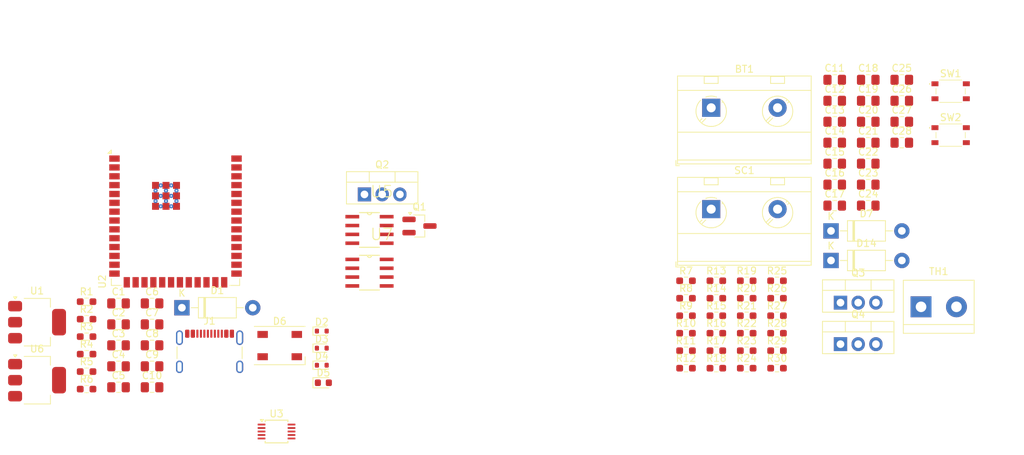
<source format=kicad_pcb>
(kicad_pcb (version 20240108) (generator "pcbnew") (generator_version "8.0")
  (layers (0 "F.Cu" signal) (31 "B.Cu" signal) (34 "B.Paste" user) (35 "F.Paste" user) (36 "B.SilkS" user "B.Silkscreen") (37 "F.SilkS" user "F.Silkscreen") (38 "B.Mask" user) (39 "F.Mask" user) (44 "Edge.Cuts" user))
  (net 0 "")
  (net 1 "VCC_5V")
  (net 2 "GND")
  (net 3 "VCC_3V3")
  (net 4 "GPIO0")
  (net 5 "CHIP_PU")
  (net 6 "Net-(D1-A)")
  (net 7 "D-")
  (net 8 "D+")
  (net 9 "Net-(D5-A)")
  (net 11 "RGB")
  (net 12 "Net-(J1-CC2)")
  (net 13 "Net-(J1-CC1)")
  (net 16 "Net-(BT1-+)")
  (net 17 "Net-(D1-K)")
  (net 19 "Net-(D14-K)")
  (net 31 "Net-(U4-FILTER)")
  (net 35 "SDA")
  (net 43 "SCL")
  (net 49 "A2")
  (net 50 "Net-(D11-K)")
  (net 51 "Net-(PS1-+VOUT)")
  (net 52 "+12V")
  (net 54 "Net-(PS1--VIN(GND))")
  (net 55 "Net-(Q3-S)")
  (net 56 "Net-(U7-VB)")
  (net 57 "A3")
  (net 58 "Net-(IC1-FB)")
  (net 59 "Net-(IC2-FB)")
  (net 60 "Net-(C26-Pad1)")
  (net 61 "A1")
  (net 62 "GPIO18")
  (net 71 "Net-(D7-A)")
  (net 72 "GPIO17")
  (net 73 "Net-(Q2-D)")
  (net 74 "Net-(Q3-G)")
  (net 75 "Net-(Q4-G)")
  (net 76 "Net-(R7-Pad2)")
  (net 77 "Net-(U4-VIOUT)")
  (net 78 "Net-(D11-A)")
  (net 79 "Net-(U7-HO)")
  (net 80 "Net-(U7-LO)")
  (net 81 "GPIO16")
  (net 82 "GPIO15")
  (net 83 "Net-(F1-Pad2)")
  (net 84 "A0")
  (footprint "Capacitor_SMD:C_0805_2012Metric_Pad1.18x1.45mm_HandSolder" (layer "F.Cu") (at 108.3425 90.64)
    (property "Reference" "C4" (at 0 -1.68 0) (layer "F.SilkS"))
    (property "Value" "10uF")
    (pad "1" smd roundrect (at -1.0375 0) (size 1.175 1.45) (layers "F.Cu" "F.Paste" "F.Mask") (roundrect_rratio 0.212766) (net 3 "VCC_3V3"))
    (pad "2" smd roundrect (at 1.0375 0) (size 1.175 1.45) (layers "F.Cu" "F.Paste" "F.Mask") (roundrect_rratio 0.212766) (net 2 "GND"))
  )
  (footprint "Package_TO_SOT_SMD:SOT-223-3_TabPin2" (layer "F.Cu") (at 96.6625 92.63)
    (property "Reference" "U6" (at 0 -4.5 0) (layer "F.SilkS"))
    (property "Value" "AMS1117-5.0")
    (pad "1" smd roundrect (at -3.15 -2.3) (size 2 1.5) (layers "F.Cu" "F.Paste" "F.Mask") (net 2 "GND"))
    (pad "2" smd roundrect (at -3.15 0) (size 2 1.5) (layers "F.Cu" "F.Paste" "F.Mask") (net 1 "VCC_5V"))
    (pad "2" smd roundrect (at 3.15 0) (size 2 3.8) (layers "F.Cu" "F.Paste" "F.Mask") (net 1 "VCC_5V"))
    (pad "3" smd roundrect (at -3.15 2.3) (size 2 1.5) (layers "F.Cu" "F.Paste" "F.Mask") (net 52 "+12V"))
  )
  (footprint "Diode_THT:D_DO-41_SOD81_P10.16mm_Horizontal" (layer "F.Cu") (at 210.51 71.2)
    (property "Reference" "D7" (at 5.08 -2.47 0) (layer "F.SilkS"))
    (property "Value" "1N4007")
    (fp_text user "K" (at 0 -2.1 0) (layer "F.SilkS"))
    (pad "1" thru_hole rect (at 0 0) (size 2.2 2.2) (drill 1.1) (layers "*.Cu" "*.Mask") (net 19 "Net-(D14-K)"))
    (pad "2" thru_hole oval (at 10.16 0) (size 2.2 2.2) (drill 1.1) (layers "*.Cu" "*.Mask") (net 71 "Net-(D7-A)"))
  )
  (footprint "TerminalBlock_MetzConnect:TerminalBlock_MetzConnect_Type703_RT10N02HGLU_1x02_P9.52mm_Horizontal" (layer "F.Cu") (at 193.33 68.08)
    (property "Reference" "SC1" (at 4.76 -5.56 0) (layer "F.SilkS"))
    (property "Value" "15V-80V")
    (pad "1" thru_hole rect (at 0 0) (size 2.6 2.6) (drill 1.3) (layers "*.Cu" "*.Mask") (net 71 "Net-(D7-A)"))
    (pad "2" thru_hole circle (at 9.52 0) (size 2.6 2.6) (drill 1.3) (layers "*.Cu" "*.Mask") (net 2 "GND"))
  )
  (footprint "Capacitor_SMD:C_0805_2012Metric_Pad1.18x1.45mm_HandSolder" (layer "F.Cu") (at 113.1525 84.62)
    (property "Reference" "C7" (at 0 -1.68 0) (layer "F.SilkS"))
    (property "Value" "0u1F")
    (pad "1" smd roundrect (at -1.0375 0) (size 1.175 1.45) (layers "F.Cu" "F.Paste" "F.Mask") (roundrect_rratio 0.212766) (net 5 "CHIP_PU"))
    (pad "2" smd roundrect (at 1.0375 0) (size 1.175 1.45) (layers "F.Cu" "F.Paste" "F.Mask") (roundrect_rratio 0.212766) (net 2 "GND"))
  )
  (footprint "Capacitor_SMD:C_0805_2012Metric_Pad1.18x1.45mm_HandSolder" (layer "F.Cu") (at 211.04 67.57)
    (property "Reference" "C17" (at 0 -1.68 0) (layer "F.SilkS"))
    (property "Value" "10uF")
    (pad "1" smd roundrect (at -1.0375 0) (size 1.175 1.45) (layers "F.Cu" "F.Paste" "F.Mask") (roundrect_rratio 0.212766) (net 56 "Net-(U7-VB)"))
    (pad "2" smd roundrect (at 1.0375 0) (size 1.175 1.45) (layers "F.Cu" "F.Paste" "F.Mask") (roundrect_rratio 0.212766) (net 55 "Net-(Q3-S)"))
  )
  (footprint "Resistor_SMD:R_0603_1608Metric_Pad0.98x0.95mm_HandSolder" (layer "F.Cu") (at 202.77 90.91)
    (property "Reference" "R30" (at 0 -1.43 0) (layer "F.SilkS"))
    (property "Value" "10K")
    (pad "1" smd roundrect (at -0.9125 0) (size 0.975 0.95) (layers "F.Cu" "F.Paste" "F.Mask") (net 2 "GND"))
    (pad "2" smd roundrect (at 0.9125 0) (size 0.975 0.95) (layers "F.Cu" "F.Paste" "F.Mask") (net 62 "GPIO18"))
  )
  (footprint "Resistor_SMD:R_0603_1608Metric_Pad0.98x0.95mm_HandSolder" (layer "F.Cu") (at 103.7625 86.38)
    (property "Reference" "R3" (at 0 -1.43 0) (layer "F.SilkS"))
    (property "Value" "75")
    (pad "1" smd roundrect (at -0.9125 0) (size 0.975 0.95) (layers "F.Cu" "F.Paste" "F.Mask") (net 3 "VCC_3V3"))
    (pad "2" smd roundrect (at 0.9125 0) (size 0.975 0.95) (layers "F.Cu" "F.Paste" "F.Mask") (net 9 "Net-(D5-A)"))
  )
  (footprint "Resistor_SMD:R_0603_1608Metric_Pad0.98x0.95mm_HandSolder" (layer "F.Cu") (at 194.07 83.38)
    (property "Reference" "R15" (at 0 -1.43 0) (layer "F.SilkS"))
    (property "Value" "100K")
    (pad "1" smd roundrect (at -0.9125 0) (size 0.975 0.95) (layers "F.Cu" "F.Paste" "F.Mask") (net 55 "Net-(Q3-S)"))
    (pad "2" smd roundrect (at 0.9125 0) (size 0.975 0.95) (layers "F.Cu" "F.Paste" "F.Mask") (net 74 "Net-(Q3-G)"))
  )
  (footprint "Diode_SMD:D_SOD-523" (layer "F.Cu") (at 137.4875 90.48)
    (property "Reference" "D4" (at 0 -1.3 0) (layer "F.SilkS"))
    (property "Value" "LESD5D5.0CT1G")
    (pad "1" smd roundrect (at -0.7 0 180) (size 0.6 0.7) (layers "F.Cu" "F.Paste" "F.Mask") (net 2 "GND"))
    (pad "2" smd roundrect (at 0.7 0 180) (size 0.6 0.7) (layers "F.Cu" "F.Paste" "F.Mask") (net 8 "D+"))
  )
  (footprint "LED_SMD:LED_SK6812_PLCC4_5.0x5.0mm_P3.2mm" (layer "F.Cu") (at 131.4575 87.665)
    (property "Reference" "D6" (at 0 -3.5 0) (layer "F.SilkS"))
    (property "Value" "SK6812")
    (pad "1" smd rect (at 2.45 1.6) (size 1.5 1) (layers "F.Cu" "F.Paste" "F.Mask") (net 2 "GND"))
    (pad "2" smd rect (at 2.45 -1.6) (size 1.5 1) (layers "F.Cu" "F.Paste" "F.Mask") (net 11 "RGB"))
    (pad "3" smd rect (at -2.45 -1.6) (size 1.5 1) (layers "F.Cu" "F.Paste" "F.Mask") (net 3 "VCC_3V3"))
    (pad "4" smd rect (at -2.45 1.6) (size 1.5 1) (layers "F.Cu" "F.Paste" "F.Mask"))
  )
  (footprint "Package_TO_SOT_THT:TO-220-3_Vertical" (layer "F.Cu") (at 143.61 65.965)
    (property "Reference" "Q2" (at 2.54 -4.27 0) (layer "F.SilkS"))
    (property "Value" "CSD19505")
    (pad "1" thru_hole rect (at 0 0) (size 1.905 2) (drill 1.1) (layers "*.Cu" "*.Mask") (net 73 "Net-(Q2-D)"))
    (pad "2" thru_hole oval (at 2.54 0) (size 1.905 2) (drill 1.1) (layers "*.Cu" "*.Mask") (net 51 "Net-(PS1-+VOUT)"))
    (pad "3" thru_hole oval (at 5.08 0) (size 1.905 2) (drill 1.1) (layers "*.Cu" "*.Mask") (net 50 "Net-(D11-K)"))
  )
  (footprint "TerminalBlock:TerminalBlock_bornier-2_P5.08mm" (layer "F.Cu") (at 223.42 82.1)
    (property "Reference" "TH1" (at 2.54 -5.08 0) (layer "F.SilkS"))
    (property "Value" "Thermistor_NTC")
    (pad "1" thru_hole rect (at 0 0) (size 3 3) (drill 1.52) (layers "*.Cu" "*.Mask") (net 3 "VCC_3V3"))
    (pad "2" thru_hole circle (at 5.08 0) (size 3 3) (drill 1.52) (layers "*.Cu" "*.Mask") (net 62 "GPIO18"))
  )
  (footprint "Resistor_SMD:R_0603_1608Metric_Pad0.98x0.95mm_HandSolder" (layer "F.Cu") (at 103.7625 81.36)
    (property "Reference" "R1" (at 0 -1.43 0) (layer "F.SilkS"))
    (property "Value" "5K1")
    (pad "1" smd roundrect (at -0.9125 0) (size 0.975 0.95) (layers "F.Cu" "F.Paste" "F.Mask") (net 13 "Net-(J1-CC1)"))
    (pad "2" smd roundrect (at 0.9125 0) (size 0.975 0.95) (layers "F.Cu" "F.Paste" "F.Mask") (net 2 "GND"))
  )
  (footprint "Resistor_SMD:R_0603_1608Metric_Pad0.98x0.95mm_HandSolder" (layer "F.Cu") (at 202.77 80.87)
    (property "Reference" "R26" (at 0 -1.43 0) (layer "F.SilkS"))
    (property "Value" "15K")
    (pad "1" smd roundrect (at -0.9125 0) (size 0.975 0.95) (layers "F.Cu" "F.Paste" "F.Mask") (net 59 "Net-(IC2-FB)"))
    (pad "2" smd roundrect (at 0.9125 0) (size 0.975 0.95) (layers "F.Cu" "F.Paste" "F.Mask") (net 3 "VCC_3V3"))
  )
  (footprint "Resistor_SMD:R_0603_1608Metric_Pad0.98x0.95mm_HandSolder" (layer "F.Cu") (at 103.7625 93.91)
    (property "Reference" "R6" (at 0 -1.43 0) (layer "F.SilkS"))
    (property "Value" "10K")
    (pad "1" smd roundrect (at -0.9125 0) (size 0.975 0.95) (layers "F.Cu" "F.Paste" "F.Mask") (net 5 "CHIP_PU"))
    (pad "2" smd roundrect (at 0.9125 0) (size 0.975 0.95) (layers "F.Cu" "F.Paste" "F.Mask") (net 3 "VCC_3V3"))
  )
  (footprint "Capacitor_SMD:C_0805_2012Metric_Pad1.18x1.45mm_HandSolder" (layer "F.Cu") (at 108.3425 93.65)
    (property "Reference" "C5" (at 0 -1.68 0) (layer "F.SilkS"))
    (property "Value" "0u1F")
    (pad "1" smd roundrect (at -1.0375 0) (size 1.175 1.45) (layers "F.Cu" "F.Paste" "F.Mask") (roundrect_rratio 0.212766) (net 3 "VCC_3V3"))
    (pad "2" smd roundrect (at 1.0375 0) (size 1.175 1.45) (layers "F.Cu" "F.Paste" "F.Mask") (roundrect_rratio 0.212766) (net 2 "GND"))
  )
  (footprint "Resistor_SMD:R_0603_1608Metric_Pad0.98x0.95mm_HandSolder" (layer "F.Cu") (at 202.77 83.38)
    (property "Reference" "R27" (at 0 -1.43 0) (layer "F.SilkS"))
    (property "Value" "47K")
    (pad "1" smd roundrect (at -0.9125 0) (size 0.975 0.95) (layers "F.Cu" "F.Paste" "F.Mask") (net 61 "A1"))
    (pad "2" smd roundrect (at 0.9125 0) (size 0.975 0.95) (layers "F.Cu" "F.Paste" "F.Mask") (net 60 "Net-(C26-Pad1)"))
  )
  (footprint "Capacitor_SMD:C_0805_2012Metric_Pad1.18x1.45mm_HandSolder" (layer "F.Cu") (at 215.85 67.57)
    (property "Reference" "C24" (at 0 -1.68 0) (layer "F.SilkS"))
    (property "Value" "33nF")
    (pad "1" smd roundrect (at -1.0375 0) (size 1.175 1.45) (layers "F.Cu" "F.Paste" "F.Mask") (roundrect_rratio 0.212766) (net 3 "VCC_3V3"))
    (pad "2" smd roundrect (at 1.0375 0) (size 1.175 1.45) (layers "F.Cu" "F.Paste" "F.Mask") (roundrect_rratio 0.212766) (net 59 "Net-(IC2-FB)"))
  )
  (footprint "Capacitor_SMD:C_0805_2012Metric_Pad1.18x1.45mm_HandSolder" (layer "F.Cu") (at 113.1525 87.63)
    (property "Reference" "C8" (at 0 -1.68 0) (layer "F.SilkS"))
    (property "Value" "1uF")
    (pad "1" smd roundrect (at -1.0375 0) (size 1.175 1.45) (layers "F.Cu" "F.Paste" "F.Mask") (roundrect_rratio 0.212766) (net 5 "CHIP_PU"))
    (pad "2" smd roundrect (at 1.0375 0) (size 1.175 1.45) (layers "F.Cu" "F.Paste" "F.Mask") (roundrect_rratio 0.212766) (net 2 "GND"))
  )
  (footprint "Capacitor_SMD:C_0805_2012Metric_Pad1.18x1.45mm_HandSolder" (layer "F.Cu") (at 211.04 52.52)
    (property "Reference" "C12" (at 0 -1.68 0) (layer "F.SilkS"))
    (property "Value" "2.2uF")
    (pad "1" smd roundrect (at -1.0375 0) (size 1.175 1.45) (layers "F.Cu" "F.Paste" "F.Mask") (roundrect_rratio 0.212766) (net 31 "Net-(U4-FILTER)"))
    (pad "2" smd roundrect (at 1.0375 0) (size 1.175 1.45) (layers "F.Cu" "F.Paste" "F.Mask") (roundrect_rratio 0.212766) (net 2 "GND"))
  )
  (footprint "Resistor_SMD:R_0603_1608Metric_Pad0.98x0.95mm_HandSolder" (layer "F.Cu") (at 198.42 88.4)
    (property "Reference" "R23" (at 0 -1.43 0) (layer "F.SilkS"))
    (property "Value" "1K")
    (pad "1" smd roundrect (at -0.9125 0) (size 0.975 0.95) (layers "F.Cu" "F.Paste" "F.Mask") (net 2 "GND"))
    (pad "2" smd roundrect (at 0.9125 0) (size 0.975 0.95) (layers "F.Cu" "F.Paste" "F.Mask") (net 58 "Net-(IC1-FB)"))
  )
  (footprint "Resistor_SMD:R_0603_1608Metric_Pad0.98x0.95mm_HandSolder" (layer "F.Cu") (at 194.07 88.4)
    (property "Reference" "R17" (at 0 -1.43 0) (layer "F.SilkS"))
    (property "Value" "100K")
    (pad "1" smd roundrect (at -0.9125 0) (size 0.975 0.95) (layers "F.Cu" "F.Paste" "F.Mask") (net 2 "GND"))
    (pad "2" smd roundrect (at 0.9125 0) (size 0.975 0.95) (layers "F.Cu" "F.Paste" "F.Mask") (net 75 "Net-(Q4-G)"))
  )
  (footprint "Resistor_SMD:R_0603_1608Metric_Pad0.98x0.95mm_HandSolder" (layer "F.Cu") (at 189.72 85.89)
    (property "Reference" "R10" (at 0 -1.43 0) (layer "F.SilkS"))
    (property "Value" "10K")
    (pad "1" smd roundrect (at -0.9125 0) (size 0.975 0.95) (layers "F.Cu" "F.Paste" "F.Mask") (net 51 "Net-(PS1-+VOUT)"))
    (pad "2" smd roundrect (at 0.9125 0) (size 0.975 0.95) (layers "F.Cu" "F.Paste" "F.Mask") (net 50 "Net-(D11-K)"))
  )
  (footprint "Capacitor_SMD:C_0805_2012Metric_Pad1.18x1.45mm_HandSolder" (layer "F.Cu") (at 108.3425 81.61)
    (property "Reference" "C1" (at 0 -1.68 0) (layer "F.SilkS"))
    (property "Value" "10uF")
    (pad "1" smd roundrect (at -1.0375 0) (size 1.175 1.45) (layers "F.Cu" "F.Paste" "F.Mask") (roundrect_rratio 0.212766) (net 17 "Net-(D1-K)"))
    (pad "2" smd roundrect (at 1.0375 0) (size 1.175 1.45) (layers "F.Cu" "F.Paste" "F.Mask") (roundrect_rratio 0.212766) (net 2 "GND"))
  )
  (footprint "Resistor_SMD:R_0603_1608Metric_Pad0.98x0.95mm_HandSolder" (layer "F.Cu") (at 189.72 80.87)
    (property "Reference" "R8" (at 0 -1.43 0) (layer "F.SilkS"))
    (property "Value" "3.3K")
    (pad "1" smd roundrect (at -0.9125 0) (size 0.975 0.95) (layers "F.Cu" "F.Paste" "F.Mask") (net 76 "Net-(R7-Pad2)"))
    (pad "2" smd roundrect (at 0.9125 0) (size 0.975 0.95) (layers "F.Cu" "F.Paste" "F.Mask") (net 77 "Net-(U4-VIOUT)"))
  )
  (footprint "Resistor_SMD:R_0603_1608Metric_Pad0.98x0.95mm_HandSolder" (layer "F.Cu") (at 103.7625 91.4)
    (property "Reference" "R5" (at 0 -1.43 0) (layer "F.SilkS"))
    (property "Value" "10K")
    (pad "1" smd roundrect (at -0.9125 0) (size 0.975 0.95) (layers "F.Cu" "F.Paste" "F.Mask") (net 5 "CHIP_PU"))
    (pad "2" smd roundrect (at 0.9125 0) (size 0.975 0.95) (layers "F.Cu" "F.Paste" "F.Mask") (net 3 "VCC_3V3"))
  )
  (footprint "Resistor_SMD:R_0603_1608Metric_Pad0.98x0.95mm_HandSolder" (layer "F.Cu") (at 189.72 90.91)
    (property "Reference" "R12" (at 0 -1.43 0) (layer "F.SilkS"))
    (property "Value" "10K")
    (pad "1" smd roundrect (at -0.9125 0) (size 0.975 0.95) (layers "F.Cu" "F.Paste" "F.Mask") (net 72 "GPIO17"))
    (pad "2" smd roundrect (at 0.9125 0) (size 0.975 0.95) (layers "F.Cu" "F.Paste" "F.Mask") (net 2 "GND"))
  )
  (footprint "Capacitor_SMD:C_0805_2012Metric_Pad1.18x1.45mm_HandSolder" (layer "F.Cu") (at 220.66 55.53)
    (property "Reference" "C27" (at 0 -1.68 0) (layer "F.SilkS"))
    (property "Value" "100nF")
    (pad "1" smd roundrect (at -1.0375 0) (size 1.175 1.45) (layers "F.Cu" "F.Paste" "F.Mask") (roundrect_rratio 0.212766) (net 2 "GND"))
    (pad "2" smd roundrect (at 1.0375 0) (size 1.175 1.45) (layers "F.Cu" "F.Paste" "F.Mask") (roundrect_rratio 0.212766) (net 61 "A1"))
  )
  (footprint "Diode_THT:D_DO-41_SOD81_P10.16mm_Horizontal" (layer "F.Cu") (at 117.4325 82.23)
    (property "Reference" "D1" (at 5.08 -2.47 0) (layer "F.SilkS"))
    (property "Value" "1N5819")
    (fp_text user "K" (at 0 -2.1 0) (layer "F.SilkS"))
    (pad "1" thru_hole rect (at 0 0) (size 2.2 2.2) (drill 1.1) (layers "*.Cu" "*.Mask") (net 17 "Net-(D1-K)"))
    (pad "2" thru_hole oval (at 10.16 0) (size 2.2 2.2) (drill 1.1) (layers "*.Cu" "*.Mask") (net 6 "Net-(D1-A)"))
  )
  (footprint "Resistor_SMD:R_0603_1608Metric_Pad0.98x0.95mm_HandSolder" (layer "F.Cu") (at 189.72 78.36)
    (property "Reference" "R7" (at 0 -1.43 0) (layer "F.SilkS"))
    (property "Value" "1K")
    (pad "1" smd roundrect (at -0.9125 0) (size 0.975 0.95) (layers "F.Cu" "F.Paste" "F.Mask") (net 49 "A2"))
    (pad "2" smd roundrect (at 0.9125 0) (size 0.975 0.95) (layers "F.Cu" "F.Paste" "F.Mask") (net 76 "Net-(R7-Pad2)"))
  )
  (footprint "IR2104SPBF:SOIC127P600X175-8N" (layer "F.Cu") (at 144.3294 71.0654)
    (property "Reference" "U5" (at 1.756655 -5.499125 0) (layer "F.SilkS") (effects (font (size 1.643803 1.643803))))
    (property "Value" "IR2104")
    (pad "1" smd rect (at -2.4638 -1.905) (size 1.9812 0.508) (layers "F.Cu" "F.Paste" "F.Mask"))
    (pad "2" smd rect (at -2.4638 -0.635) (size 1.9812 0.508) (layers "F.Cu" "F.Paste" "F.Mask"))
    (pad "3" smd rect (at -2.4638 0.635) (size 1.9812 0.508) (layers "F.Cu" "F.Paste" "F.Mask"))
    (pad "4" smd rect (at -2.4638 1.905) (size 1.9812 0.508) (layers "F.Cu" "F.Paste" "F.Mask"))
    (pad "5" smd rect (at 2.4638 1.905) (size 1.9812 0.508) (layers "F.Cu" "F.Paste" "F.Mask"))
    (pad "6" smd rect (at 2.4638 0.635) (size 1.9812 0.508) (layers "F.Cu" "F.Paste" "F.Mask"))
    (pad "7" smd rect (at 2.4638 -0.635) (size 1.9812 0.508) (layers "F.Cu" "F.Paste" "F.Mask"))
    (pad "8" smd rect (at 2.4638 -1.905) (size 1.9812 0.508) (layers "F.Cu" "F.Paste" "F.Mask"))
  )
  (footprint "RF_Module:ESP32-S3-WROOM-2" (layer "F.Cu") (at 116.5125 66.08)
    (property "Reference" "U2" (at -10.5 13.5 90) (layer "F.SilkS") (effects (justify left)))
    (property "Value" "ESP32-S3-WROOM-2")
    (pad "1" smd rect (at -8.75 -5.26) (size 1.5 0.9) (layers "F.Cu" "F.Paste" "F.Mask") (net 2 "GND"))
    (pad "2" smd rect (at -8.75 -3.99) (size 1.5 0.9) (layers "F.Cu" "F.Paste" "F.Mask") (net 3 "VCC_3V3"))
    (pad "3" smd rect (at -8.75 -2.72) (size 1.5 0.9) (layers "F.Cu" "F.Paste" "F.Mask") (net 5 "CHIP_PU"))
    (pad "4" smd rect (at -8.75 -1.45) (size 1.5 0.9) (layers "F.Cu" "F.Paste" "F.Mask"))
    (pad "5" smd rect (at -8.75 -0.18) (size 1.5 0.9) (layers "F.Cu" "F.Paste" "F.Mask"))
    (pad "6" smd rect (at -8.75 1.09) (size 1.5 0.9) (layers "F.Cu" "F.Paste" "F.Mask"))
    (pad "7" smd rect (at -8.75 2.36) (size 1.5 0.9) (layers "F.Cu" "F.Paste" "F.Mask"))
    (pad "8" smd rect (at -8.75 3.63) (size 1.5 0.9) (layers "F.Cu" "F.Paste" "F.Mask") (net 82 "GPIO15"))
    (pad "9" smd rect (at -8.75 4.9) (size 1.5 0.9) (layers "F.Cu" "F.Paste" "F.Mask") (net 81 "GPIO16"))
    (pad "10" smd rect (at -8.75 6.17) (size 1.5 0.9) (layers "F.Cu" "F.Paste" "F.Mask") (net 72 "GPIO17"))
    (pad "11" smd rect (at -8.75 7.44) (size 1.5 0.9) (layers "F.Cu" "F.Paste" "F.Mask") (net 62 "GPIO18"))
    (pad "12" smd rect (at -8.75 8.71) (size 1.5 0.9) (layers "F.Cu" "F.Paste" "F.Mask"))
    (pad "13" smd rect (at -8.75 9.98) (size 1.5 0.9) (layers "F.Cu" "F.Paste" "F.Mask") (net 7 "D-"))
    (pad "14" smd rect (at -8.75 11.25) (size 1.5 0.9) (layers "F.Cu" "F.Paste" "F.Mask") (net 8 "D+"))
    (pad "15" smd rect (at -6.985 12.5 90) (size 1.5 0.9) (layers "F.Cu" "F.Paste" "F.Mask"))
    (pad "16" smd rect (at -5.715 12.5 90) (size 1.5 0.9) (layers "F.Cu" "F.Paste" "F.Mask"))
    (pad "17" smd rect (at -4.445 12.5 90) (size 1.5 0.9) (layers "F.Cu" "F.Paste" "F.Mask"))
    (pad "18" smd rect (at -3.175 12.5 90) (size 1.5 0.9) (layers "F.Cu" "F.Paste" "F.Mask"))
    (pad "19" smd rect (at -1.905 12.5 90) (size 1.5 0.9) (layers "F.Cu" "F.Paste" "F.Mask"))
    (pad "20" smd rect (at -0.635 12.5 90) (size 1.5 0.9) (layers "F.Cu" "F.Paste" "F.Mask"))
    (pad "21" smd rect (at 0.635 12.5 90) (size 1.5 0.9) (layers "F.Cu" "F.Paste" "F.Mask"))
    (pad "22" smd rect (at 1.905 12.5 90) (size 1.5 0.9) (layers "F.Cu" "F.Paste" "F.Mask"))
    (pad "23" smd rect (at 3.175 12.5 90) (size 1.5 0.9) (layers "F.Cu" "F.Paste" "F.Mask") (net 43 "SCL"))
    (pad "24" smd rect (at 4.445 12.5 90) (size 1.5 0.9) (layers "F.Cu" "F.Paste" "F.Mask"))
    (pad "25" smd rect (at 5.715 12.5 90) (size 1.5 0.9) (layers "F.Cu" "F.Paste" "F.Mask"))
    (pad "26" smd rect (at 6.985 12.5 90) (size 1.5 0.9) (layers "F.Cu" "F.Paste" "F.Mask"))
    (pad "27" smd rect (at 8.75 11.25) (size 1.5 0.9) (layers "F.Cu" "F.Paste" "F.Mask") (net 4 "GPIO0"))
    (pad "28" smd rect (at 8.75 9.98) (size 1.5 0.9) (layers "F.Cu" "F.Paste" "F.Mask"))
    (pad "29" smd rect (at 8.75 8.71) (size 1.5 0.9) (layers "F.Cu" "F.Paste" "F.Mask"))
    (pad "30" smd rect (at 8.75 7.44) (size 1.5 0.9) (layers "F.Cu" "F.Paste" "F.Mask"))
    (pad "31" smd rect (at 8.75 6.17) (size 1.5 0.9) (layers "F.Cu" "F.Paste" "F.Mask") (net 35 "SDA"))
    (pad "32" smd rect (at 8.75 4.9) (size 1.5 0.9) (layers "F.Cu" "F.Paste" "F.Mask"))
    (pad "33" smd rect (at 8.75 3.63) (size 1.5 0.9) (layers "F.Cu" "F.Paste" "F.Mask"))
    (pad "34" smd rect (at 8.75 2.36) (size 1.5 0.9) (layers "F.Cu" "F.Paste" "F.Mask"))
    (pad "35" smd rect (at 8.75 1.09) (size 1.5 0.9) (layers "F.Cu" "F.Paste" "F.Mask"))
    (pad "36" smd rect (at 8.75 -0.18) (size 1.5 0.9) (layers "F.Cu" "F.Paste" "F.Mask"))
    (pad "37" smd rect (at 8.75 -1.45) (size 1.5 0.9) (layers "F.Cu" "F.Paste" "F.Mask"))
    (pad "38" smd rect (at 8.75 -2.72) (size 1.5 0.9) (layers "F.Cu" "F.Paste" "F.Mask"))
    (pad "39" smd rect (at 8.75 -3.99) (size 1.5 0.9) (layers "F.Cu" "F.Paste" "F.Mask"))
    (pad "40" smd rect (at 8.75 -5.26) (size 1.5 0.9) (layers "F.Cu" "F.Paste" "F.Mask") (net 2 "GND"))
    (pad "41" smd rect (at -2.86 -1.41) (size 1 1) (layers "F.Cu" "F.Paste" "F.Mask") (net 2 "GND"))
    (pad "41" thru_hole circle (at -2.86 -0.66) (size 0.6 0.6) (drill 0.2) (layers "*.Cu" "*.Mask") (net 2 "GND"))
    (pad "41" smd rect (at -2.86 0.09) (size 1 1) (layers "F.Cu" "F.Paste" "F.Mask") (net 2 "GND"))
    (pad "41" thru_hole circle (at -2.86 0.84) (size 0.6 0.6) (drill 0.2) (layers "*.Cu" "*.Mask") (net 2 "GND"))
    (pad "41" smd rect (at -2.86 1.59) (size 1 1) (layers "F.Cu" "F.Paste" "F.Mask") (net 2 "GND"))
    (pad "41" thru_hole circle (at -2.11 -1.41) (size 0.6 0.6) (drill 0.2) (layers "*.Cu" "*.Mask") (net 2 "GND"))
    (pad "41" thru_hole circle (at -2.11 0.09) (size 0.6 0.6) (drill 0.2) (layers "*.Cu" "*.Mask") (net 2 "GND"))
    (pad "41" thru_hole circle (at -2.11 1.59) (size 0.6 0.6) (drill 0.2) (layers "*.Cu" "*.Mask") (net 2 "GND"))
    (pad "41" smd rect (at -1.36 -1.41) (size 1 1) (layers "F.Cu" "F.Paste" "F.Mask") (net 2 "GND"))
    (pad "41" thru_hole circle (at -1.36 -0.66) (size 0.6 0.6) (drill 0.2) (layers "*.Cu" "*.Mask") (net 2 "GND"))
    (pad "41" smd rect (at -1.36 0.09) (size 1 1) (layers "F.Cu" "F.Paste" "F.Mask") (net 2 "GND"))
    (pad "41" thru_hole circle (at -1.36 0.84) (size 0.6 0.6) (drill 0.2) (layers "*.Cu" "*.Mask") (net 2 "GND"))
    (pad "41" smd rect (at -1.36 1.59) (size 1 1) (layers "F.Cu" "F.Paste" "F.Mask") (net 2 "GND"))
    (pad "41" thru_hole circle (at -0.61 -1.41) (size 0.6 0.6) (drill 0.2) (layers "*.Cu" "*.Mask") (net 2 "GND"))
    (pad "41" thru_hole circle (at -0.61 0.09) (size 0.6 0.6) (drill 0.2) (layers "*.Cu" "*.Mask") (net 2 "GND"))
    (pad "41" thru_hole circle (at -0.61 1.59) (size 0.6 0.6) (drill 0.2) (layers "*.Cu" "*.Mask") (net 2 "GND"))
    (pad "41" smd rect (at 0.14 -1.41) (size 1 1) (layers "F.Cu" "F.Paste" "F.Mask") (net 2 "GND"))
    (pad "41" thru_hole circle (at 0.14 -0.66) (size 0.6 0.6) (drill 0.2) (layers "*.Cu" "*.Mask") (net 2 "GND"))
    (pad "41" smd rect (at 0.14 0.09) (size 1 1) (layers "F.Cu" "F.Paste" "F.Mask") (net 2 "GND"))
    (pad "41" thru_hole circle (at 0.14 0.84) (size 0.6 0.6) (drill 0.2) (layers "*.Cu" "*.Mask") (net 2 "GND"))
    (pad "41" smd rect (at 0.14 1.59) (size 1 1) (layers "F.Cu" "F.Paste" "F.Mask") (net 2 "GND"))
  )
  (footprint "PTS815_SJG_250_SMTR_LFS:PTS815SJG250SMTRLFS" (layer "F.Cu") (at 227.665 51.155)
    (property "Reference" "SW1" (at 0 -2.54 0) (layer "F.SilkS"))
    (property "Value" "PTS810_SJM_250_SMTR_LFS")
    (pad "1" smd rect (at -2.25 -1.075) (size 1 0.7) (layers "F.Cu" "F.Paste" "F.Mask") (net 2 "GND"))
    (pad "2" smd rect (at 2.25 -1.075) (size 1 0.7) (layers "F.Cu" "F.Paste" "F.Mask") (net 2 "GND"))
    (pad "3" smd rect (at -2.25 1.075) (size 1 0.7) (layers "F.Cu" "F.Paste" "F.Mask") (net 4 "GPIO0"))
    (pad "4" smd rect (at 2.25 1.075) (size 1 0.7) (layers "F.Cu" "F.Paste" "F.Mask") (net 4 "GPIO0"))
  )
  (footprint "Resistor_SMD:R_0603_1608Metric_Pad0.98x0.95mm_HandSolder" (layer "F.Cu") (at 194.07 90.91)
    (property "Reference" "R18" (at 0 -1.43 0) (layer "F.SilkS"))
    (property "Value" "10K")
    (pad "1" smd roundrect (at -0.9125 0) (size 0.975 0.95) (layers "F.Cu" "F.Paste" "F.Mask") (net 81 "GPIO16"))
    (pad "2" smd roundrect (at 0.9125 0) (size 0.975 0.95) (layers "F.Cu" "F.Paste" "F.Mask") (net 2 "GND"))
  )
  (footprint "Diode_THT:D_DO-41_SOD81_P10.16mm_Horizontal" (layer "F.Cu") (at 210.51 75.45)
    (property "Reference" "D14" (at 5.08 -2.47 0) (layer "F.SilkS"))
    (property "Value" "1N4007")
    (fp_text user "K" (at 0 -2.1 0) (layer "F.SilkS"))
    (pad "1" thru_hole rect (at 0 0) (size 2.2 2.2) (drill 1.1) (layers "*.Cu" "*.Mask") (net 19 "Net-(D14-K)"))
    (pad "2" thru_hole oval (at 10.16 0) (size 2.2 2.2) (drill 1.1) (layers "*.Cu" "*.Mask") (net 16 "Net-(BT1-+)"))
  )
  (footprint "TerminalBlock_MetzConnect:TerminalBlock_MetzConnect_Type703_RT10N02HGLU_1x02_P9.52mm_Horizontal" (layer "F.Cu") (at 193.33 53.53)
    (property "Reference" "BT1" (at 4.76 -5.56 0) (layer "F.SilkS"))
    (property "Value" "0-50V")
    (pad "1" thru_hole rect (at 0 0) (size 2.6 2.6) (drill 1.3) (layers "*.Cu" "*.Mask") (net 16 "Net-(BT1-+)"))
    (pad "2" thru_hole circle (at 9.52 0) (size 2.6 2.6) (drill 1.3) (layers "*.Cu" "*.Mask") (net 2 "GND"))
  )
  (footprint "Capacitor_SMD:C_0805_2012Metric_Pad1.18x1.45mm_HandSolder" (layer "F.Cu") (at 113.1525 93.65)
    (property "Reference" "C10" (at 0 -1.68 0) (layer "F.SilkS"))
    (property "Value" "0u1F")
    (pad "1" smd roundrect (at -1.0375 0) (size 1.175 1.45) (layers "F.Cu" "F.Paste" "F.Mask") (roundrect_rratio 0.212766) (net 2 "GND"))
    (pad "2" smd roundrect (at 1.0375 0) (size 1.175 1.45) (layers "F.Cu" "F.Paste" "F.Mask") (roundrect_rratio 0.212766) (net 3 "VCC_3V3"))
  )
  (footprint "Capacitor_SMD:C_0805_2012Metric_Pad1.18x1.45mm_HandSolder" (layer "F.Cu") (at 215.85 61.55)
    (property "Reference" "C22" (at 0 -1.68 0) (layer "F.SilkS"))
    (property "Value" "4.7uF")
    (pad "1" smd roundrect (at -1.0375 0) (size 1.175 1.45) (layers "F.Cu" "F.Paste" "F.Mask") (roundrect_rratio 0.212766) (net 52 "+12V"))
    (pad "2" smd roundrect (at 1.0375 0) (size 1.175 1.45) (layers "F.Cu" "F.Paste" "F.Mask") (roundrect_rratio 0.212766) (net 2 "GND"))
  )
  (footprint "Resistor_SMD:R_0603_1608Metric_Pad0.98x0.95mm_HandSolder" (layer "F.Cu") (at 194.07 78.36)
    (property "Reference" "R13" (at 0 -1.43 0) (layer "F.SilkS"))
    (property "Value" "15K")
    (pad "1" smd roundrect (at -0.9125 0) (size 0.975 0.95) (layers "F.Cu" "F.Paste" "F.Mask") (net 58 "Net-(IC1-FB)"))
    (pad "2" smd roundrect (at 0.9125 0) (size 0.975 0.95) (layers "F.Cu" "F.Paste" "F.Mask") (net 52 "+12V"))
  )
  (footprint "Package_TO_SOT_THT:TO-220-3_Vertical" (layer "F.Cu") (at 211.87 81.5)
    (property "Reference" "Q3" (at 2.54 -4.27 0) (layer "F.SilkS"))
    (property "Value" "CSD19505")
    (pad "1" thru_hole rect (at 0 0) (size 1.905 2) (drill 1.1) (layers "*.Cu" "*.Mask") (net 73 "Net-(Q2-D)"))
    (pad "2" thru_hole oval (at 2.54 0) (size 1.905 2) (drill 1.1) (layers "*.Cu" "*.Mask") (net 74 "Net-(Q3-G)"))
    (pad "3" thru_hole oval (at 5.08 0) (size 1.905 2) (drill 1.1) (layers "*.Cu" "*.Mask") (net 55 "Net-(Q3-S)"))
  )
  (footprint "IR2104SPBF:SOIC127P600X175-8N" (layer "F.Cu") (at 144.3294 77.1962)
    (property "Reference" "U7" (at 1.756655 -5.499125 0) (layer "F.SilkS") (effects (font (size 1.643803 1.643803))))
    (property "Value" "IR2104")
    (pad "1" smd rect (at -2.4638 -1.905) (size 1.9812 0.508) (layers "F.Cu" "F.Paste" "F.Mask") (net 52 "+12V"))
    (pad "2" smd rect (at -2.4638 -0.635) (size 1.9812 0.508) (layers "F.Cu" "F.Paste" "F.Mask") (net 81 "GPIO16"))
    (pad "3" smd rect (at -2.4638 0.635) (size 1.9812 0.508) (layers "F.Cu" "F.Paste" "F.Mask") (net 82 "GPIO15"))
    (pad "4" smd rect (at -2.4638 1.905) (size 1.9812 0.508) (layers "F.Cu" "F.Paste" "F.Mask") (net 2 "GND"))
    (pad "5" smd rect (at 2.4638 1.905) (size 1.9812 0.508) (layers "F.Cu" "F.Paste" "F.Mask") (net 80 "Net-(U7-LO)"))
    (pad "6" smd rect (at 2.4638 0.635) (size 1.9812 0.508) (layers "F.Cu" "F.Paste" "F.Mask") (net 55 "Net-(Q3-S)"))
    (pad "7" smd rect (at 2.4638 -0.635) (size 1.9812 0.508) (layers "F.Cu" "F.Paste" "F.Mask") (net 79 "Net-(U7-HO)"))
    (pad "8" smd rect (at 2.4638 -1.905) (size 1.9812 0.508) (layers "F.Cu" "F.Paste" "F.Mask") (net 56 "Net-(U7-VB)"))
  )
  (footprint "Connector_USB:USB_C_Receptacle_GCT_USB4105-xx-A_16P_TopMnt_Horizontal" (layer "F.Cu") (at 121.4025 89.64)
    (property "Reference" "J1" (at 0 -5.5 0) (layer "F.SilkS"))
    (property "Value" "USB_C_Receptacle_USB2.0_16P")
    (pad "" np_thru_hole circle (at -2.89 -2.605) (size 0.65 0.65) (drill 0.65) (layers "F&B.Cu" "*.Mask"))
    (pad "" np_thru_hole circle (at 2.89 -2.605) (size 0.65 0.65) (drill 0.65) (layers "F&B.Cu" "*.Mask"))
    (pad "A1" smd roundrect (at -3.2 -3.68) (size 0.6 1.15) (layers "F.Cu" "F.Paste" "F.Mask") (net 2 "GND"))
    (pad "A4" smd roundrect (at -2.4 -3.68) (size 0.6 1.15) (layers "F.Cu" "F.Paste" "F.Mask") (net 6 "Net-(D1-A)"))
    (pad "A5" smd roundrect (at -1.25 -3.68) (size 0.3 1.15) (layers "F.Cu" "F.Paste" "F.Mask") (net 13 "Net-(J1-CC1)"))
    (pad "A6" smd roundrect (at -0.25 -3.68) (size 0.3 1.15) (layers "F.Cu" "F.Paste" "F.Mask") (net 8 "D+"))
    (pad "A7" smd roundrect (at 0.25 -3.68) (size 0.3 1.15) (layers "F.Cu" "F.Paste" "F.Mask") (net 7 "D-"))
    (pad "A8" smd roundrect (at 1.25 -3.68) (size 0.3 1.15) (layers "F.Cu" "F.Paste" "F.Mask"))
    (pad "A9" smd roundrect (at 2.4 -3.68) (size 0.6 1.15) (layers "F.Cu" "F.Paste" "F.Mask") (net 6 "Net-(D1-A)"))
    (pad "A12" smd roundrect (at 3.2 -3.68) (size 0.6 1.15) (layers "F.Cu" "F.Paste" "F.Mask") (net 2 "GND"))
    (pad "B1" smd roundrect (at 3.2 -3.68) (size 0.6 1.15) (layers "F.Cu" "F.Paste" "F.Mask") (net 2 "GND"))
    (pad "B4" smd roundrect (at 2.4 -3.68) (size 0.6 1.15) (layers "F.Cu" "F.Paste" "F.Mask") (net 6 "Net-(D1-A)"))
    (pad "B5" smd roundrect (at 1.75 -3.68) (size 0.3 1.15) (layers "F.Cu" "F.Paste" "F.Mask") (net 12 "Net-(J1-CC2)"))
    (pad "B6" smd roundrect (at 0.75 -3.68) (size 0.3 1.15) (layers "F.Cu" "F.Paste" "F.Mask") (net 8 "D+"))
    (pad "B7" smd roundrect (at -0.75 -3.68) (size 0.3 1.15) (layers "F.Cu" "F.Paste" "F.Mask") (net 7 "D-"))
    (pad "B8" smd roundrect (at -1.75 -3.68) (size 0.3 1.15) (layers "F.Cu" "F.Paste" "F.Mask"))
    (pad "B9" smd roundrect (at -2.4 -3.68) (size 0.6 1.15) (layers "F.Cu" "F.Paste" "F.Mask") (net 6 "Net-(D1-A)"))
    (pad "B12" smd roundrect (at -3.2 -3.68) (size 0.6 1.15) (layers "F.Cu" "F.Paste" "F.Mask") (net 2 "GND"))
    (pad "S1" thru_hole oval (at -4.32 -3.105) (size 1 2.1) (drill oval 0.6 1.7) (layers "*.Cu" "*.Mask" "F.Paste") (net 2 "GND"))
    (pad "S1" thru_hole oval (at -4.32 1.075) (size 1 1.8) (drill oval 0.6 1.4) (layers "*.Cu" "*.Mask" "F.Paste") (net 2 "GND"))
    (pad "S1" thru_hole oval (at 4.32 -3.105) (size 1 2.1) (drill oval 0.6 1.7) (layers "*.Cu" "*.Mask" "F.Paste") (net 2 "GND"))
    (pad "S1" thru_hole oval (at 4.32 1.075) (size 1 1.8) (drill oval 0.6 1.4) (layers "*.Cu" "*.Mask" "F.Paste") (net 2 "GND"))
  )
  (footprint "Capacitor_SMD:C_0805_2012Metric_Pad1.18x1.45mm_HandSolder" (layer "F.Cu") (at 215.85 64.56)
    (property "Reference" "C23" (at 0 -1.68 0) (layer "F.SilkS"))
    (property "Value" "4.7uF")
    (pad "1" smd roundrect (at -1.0375 0) (size 1.175 1.45) (layers "F.Cu" "F.Paste" "F.Mask") (roundrect_rratio 0.212766) (net 1 "VCC_5V"))
    (pad "2" smd roundrect (at 1.0375 0) (size 1.175 1.45) (layers "F.Cu" "F.Paste" "F.Mask") (roundrect_rratio 0.212766) (net 2 "GND"))
  )
  (footprint "Capacitor_SMD:C_0805_2012Metric_Pad1.18x1.45mm_HandSolder" (layer "F.Cu") (at 220.66 49.51)
    (property "Reference" "C25" (at 0 -1.68 0) (layer "F.SilkS"))
    (property "Value" "100uF")
    (pad "1" smd roundrect (at -1.0375 0) (size 1.175 1.45) (layers "F.Cu" "F.Paste" "F.Mask") (roundrect_rratio 0.212766) (net 3 "VCC_3V3"))
    (pad "2" smd roundrect (at 1.0375 0) (size 1.175 1.45) (layers "F.Cu" "F.Paste" "F.Mask") (roundrect_rratio 0.212766) (net 2 "GND"))
  )
  (footprint "Resistor_SMD:R_0603_1608Metric_Pad0.98x0.95mm_HandSolder" (layer "F.Cu") (at 202.77 85.89)
    (property "Reference" "R28" (at 0 -1.43 0) (layer "F.SilkS"))
    (property "Value" "1K")
    (pad "1" smd roundrect (at -0.9125 0) (size 0.975 0.95) (layers "F.Cu" "F.Paste" "F.Mask") (net 2 "GND"))
    (pad "2" smd roundrect (at 0.9125 0) (size 0.975 0.95) (layers "F.Cu" "F.Paste" "F.Mask") (net 61 "A1"))
  )
  (footprint "Capacitor_SMD:C_0805_2012Metric_Pad1.18x1.45mm_HandSolder" (layer "F.Cu") (at 211.04 49.51)
    (property "Reference" "C11" (at 0 -1.68 0) (layer "F.SilkS"))
    (property "Value" "47uF")
    (pad "1" smd roundrect (at -1.0375 0) (size 1.175 1.45) (layers "F.Cu" "F.Paste" "F.Mask") (roundrect_rratio 0.212766) (net 19 "Net-(D14-K)"))
    (pad "2" smd roundrect (at 1.0375 0) (size 1.175 1.45) (layers "F.Cu" "F.Paste" "F.Mask") (roundrect_rratio 0.212766) (net 2 "GND"))
  )
  (footprint "Resistor_SMD:R_0603_1608Metric_Pad0.98x0.95mm_HandSolder" (layer "F.Cu") (at 198.42 83.38)
    (property "Reference" "R21" (at 0 -1.43 0) (layer "F.SilkS"))
    (property "Value" "100K")
    (pad "1" smd roundrect (at -0.9125 0) (size 0.975 0.95) (layers "F.Cu" "F.Paste" "F.Mask") (net 2 "GND"))
    (pad "2" smd roundrect (at 0.9125 0) (size 0.975 0.95) (layers "F.Cu" "F.Paste" "F.Mask") (net 57 "A3"))
  )
  (footprint "PTS815_SJG_250_SMTR_LFS:PTS815SJG250SMTRLFS" (layer "F.Cu") (at 227.665 57.455)
    (property "Reference" "SW2" (at 0 -2.54 0) (layer "F.SilkS"))
    (property "Value" "PTS810_SJM_250_SMTR_LFS")
    (pad "1" smd rect (at -2.25 -1.075) (size 1 0.7) (layers "F.Cu" "F.Paste" "F.Mask") (net 2 "GND"))
    (pad "2" smd rect (at 2.25 -1.075) (size 1 0.7) (layers "F.Cu" "F.Paste" "F.Mask") (net 2 "GND"))
    (pad "3" smd rect (at -2.25 1.075) (size 1 0.7) (layers "F.Cu" "F.Paste" "F.Mask") (net 5 "CHIP_PU"))
    (pad "4" smd rect (at 2.25 1.075) (size 1 0.7) (layers "F.Cu" "F.Paste" "F.Mask") (net 5 "CHIP_PU"))
  )
  (footprint "Capacitor_SMD:C_0805_2012Metric_Pad1.18x1.45mm_HandSolder" (layer "F.Cu") (at 220.66 58.54)
    (property "Reference" "C28" (at 0 -1.68 0) (layer "F.SilkS"))
    (property "Value" "100uF")
    (pad "1" smd roundrect (at -1.0375 0) (size 1.175 1.45) (layers "F.Cu" "F.Paste" "F.Mask") (roundrect_rratio 0.212766) (net 62 "GPIO18"))
    (pad "2" smd roundrect (at 1.0375 0) (size 1.175 1.45) (layers "F.Cu" "F.Paste" "F.Mask") (roundrect_rratio 0.212766) (net 2 "GND"))
  )
  (footprint "Diode_SMD:D_SOD-523" (layer "F.Cu") (at 137.4875 85.58)
    (property "Reference" "D2" (at 0 -1.3 0) (layer "F.SilkS"))
    (property "Value" "LESD5D5.0CT1G")
    (pad "1" smd roundrect (at -0.7 0 180) (size 0.6 0.7) (layers "F.Cu" "F.Paste" "F.Mask") (net 2 "GND"))
    (pad "2" smd roundrect (at 0.7 0 180) (size 0.6 0.7) (layers "F.Cu" "F.Paste" "F.Mask") (net 6 "Net-(D1-A)"))
  )
  (footprint "Capacitor_SMD:C_0805_2012Metric_Pad1.18x1.45mm_HandSolder" (layer "F.Cu") (at 211.04 55.53)
    (property "Reference" "C13" (at 0 -1.68 0) (layer "F.SilkS"))
    (property "Value" "2.2uF")
    (pad "1" smd roundrect (at -1.0375 0) (size 1.175 1.45) (layers "F.Cu" "F.Paste" "F.Mask") (roundrect_rratio 0.212766) (net 49 "A2"))
    (pad "2" smd roundrect (at 1.0375 0) (size 1.175 1.45) (layers "F.Cu" "F.Paste" "F.Mask") (roundrect_rratio 0.212766) (net 2 "GND"))
  )
  (footprint "Capacitor_SMD:C_0805_2012Metric_Pad1.18x1.45mm_HandSolder" (layer "F.Cu") (at 215.85 55.53)
    (property "Reference" "C20" (at 0 -1.68 0) (layer "F.SilkS"))
    (property "Value" "33nF")
    (pad "1" smd roundrect (at -1.0375 0) (size 1.175 1.45) (layers "F.Cu" "F.Paste" "F.Mask") (roundrect_rratio 0.212766) (net 52 "+12V"))
    (pad "2" smd roundrect (at 1.0375 0) (size 1.175 1.45) (layers "F.Cu" "F.Paste" "F.Mask") (roundrect_rratio 0.212766) (net 58 "Net-(IC1-FB)"))
  )
  (footprint "Capacitor_SMD:C_0805_2012Metric_Pad1.18x1.45mm_HandSolder" (layer "F.Cu") (at 108.3425 87.63)
    (property "Reference" "C3" (at 0 -1.68 0) (layer "F.SilkS"))
    (property "Value" "0u1F")
    (pad "1" smd roundrect (at -1.0375 0) (size 1.175 1.45) (layers "F.Cu" "F.Paste" "F.Mask") (roundrect_rratio 0.212766) (net 17 "Net-(D1-K)"))
    (pad "2" smd roundrect (at 1.0375 0) (size 1.175 1.45) (layers "F.Cu" "F.Paste" "F.Mask") (roundrect_rratio 0.212766) (net 2 "GND"))
  )
  (footprint "Resistor_SMD:R_0603_1608Metric_Pad0.98x0.95mm_HandSolder" (layer "F.Cu") (at 194.07 85.89)
    (property "Reference" "R16" (at 0 -1.43 0) (layer "F.SilkS"))
    (property "Value" "100")
    (pad "1" smd roundrect (at -0.9125 0) (size 0.975 0.95) (layers "F.Cu" "F.Paste" "F.Mask") (net 75 "Net-(Q4-G)"))
    (pad "2" smd roundrect (at 0.9125 0) (size 0.975 0.95) (layers "F.Cu" "F.Paste" "F.Mask") (net 80 "Net-(U7-LO)"))
  )
  (footprint "Capacitor_SMD:C_0805_2012Metric_Pad1.18x1.45mm_HandSolder" (layer "F.Cu") (at 215.85 52.52)
    (property "Reference" "C19" (at 0 -1.68 0) (layer "F.SilkS"))
    (property "Value" "100nF")
    (pad "1" smd roundrect (at -1.0375 0) (size 1.175 1.45) (layers "F.Cu" "F.Paste" "F.Mask") (roundrect_rratio 0.212766) (net 2 "GND"))
    (pad "2" smd roundrect (at 1.0375 0) (size 1.175 1.45) (layers "F.Cu" "F.Paste" "F.Mask") (roundrect_rratio 0.212766) (net 57 "A3"))
  )
  (footprint "Package_SO:TSSOP-10_3x3mm_P0.5mm" (layer "F.Cu") (at 131 100)
    (property "Reference" "U3" (at 0 -2.55 0) (layer "F.SilkS"))
    (property "Value" "ADS1015IDGS")
    (pad "1" smd rect (at -2.15 -1) (size 1.1 0.25) (layers "F.Cu" "F.Paste" "F.Mask") (net 2 "GND"))
    (pad "2" smd rect (at -2.15 -0.5) (size 1.1 0.25) (layers "F.Cu" "F.Paste" "F.Mask"))
    (pad "3" smd rect (at -2.15 0) (size 1.1 0.25) (layers "F.Cu" "F.Paste" "F.Mask") (net 2 "GND"))
    (pad "4" smd rect (at -2.15 0.5) (size 1.1 0.25) (layers "F.Cu" "F.Paste" "F.Mask") (net 84 "A0"))
    (pad "5" smd rect (at -2.15 1) (size 1.1 0.25) (layers "F.Cu" "F.Paste" "F.Mask") (net 61 "A1"))
    (pad "6" smd rect (at 2.15 1) (size 1.1 0.25) (layers "F.Cu" "F.Paste" "F.Mask") (net 49 "A2"))
    (pad "7" smd rect (at 2.15 0.5) (size 1.1 0.25) (layers "F.Cu" "F.Paste" "F.Mask") (net 57 "A3"))
    (pad "8" smd rect (at 2.15 0) (size 1.1 0.25) (layers "F.Cu" "F.Paste" "F.Mask") (net 3 "VCC_3V3"))
    (pad "9" smd rect (at 2.15 -0.5) (size 1.1 0.25) (layers "F.Cu" "F.Paste" "F.Mask") (net 35 "SDA"))
    (pad "10" smd rect (at 2.15 -1) (size 1.1 0.25) (layers "F.Cu" "F.Paste" "F.Mask") (net 43 "SCL"))
  )
  (footprint "Diode_SMD:D_SOD-523" (layer "F.Cu") (at 137.4875 88.03)
    (property "Reference" "D3" (at 0 -1.3 0) (layer "F.SilkS"))
    (property "Value" "LESD5D5.0CT1G")
    (pad "1" smd roundrect (at -0.7 0 180) (size 0.6 0.7) (layers "F.Cu" "F.Paste" "F.Mask") (net 2 "GND"))
    (pad "2" smd roundrect (at 0.7 0 180) (size 0.6 0.7) (layers "F.Cu" "F.Paste" "F.Mask") (net 7 "D-"))
  )
  (footprint "Package_TO_SOT_SMD:SOT-223-3_TabPin2" (layer "F.Cu") (at 96.6625 84.305)
    (property "Reference" "U1" (at 0 -4.5 0) (layer "F.SilkS"))
    (property "Value" "AMS1117-3.3")
    (pad "1" smd roundrect (at -3.15 -2.3) (size 2 1.5) (layers "F.Cu" "F.Paste" "F.Mask") (net 2 "GND"))
    (pad "2" smd roundrect (at -3.15 0) (size 2 1.5) (layers "F.Cu" "F.Paste" "F.Mask") (net 3 "VCC_3V3"))
    (pad "2" smd roundrect (at 3.15 0) (size 2 3.8) (layers "F.Cu" "F.Paste" "F.Mask") (net 3 "VCC_3V3"))
    (pad "3" smd roundrect (at -3.15 2.3) (size 2 1.5) (layers "F.Cu" "F.Paste" "F.Mask") (net 17 "Net-(D1-K)"))
  )
  (footprint "Resistor_SMD:R_0603_1608Metric_Pad0.98x0.95mm_HandSolder" (layer "F.Cu") (at 198.42 78.36)
    (property "Reference" "R19" (at 0 -1.43 0) (layer "F.SilkS"))
    (property "Value" "10K")
    (pad "1" smd roundrect (at -0.9125 0) (size 0.975 0.95) (layers "F.Cu" "F.Paste" "F.Mask") (net 82 "GPIO15"))
    (pad "2" smd roundrect (at 0.9125 0) (size 0.975 0.95) (layers "F.Cu" "F.Paste" "F.Mask") (net 2 "GND"))
  )
  (footprint "Resistor_SMD:R_0603_1608Metric_Pad0.98x0.95mm_HandSolder" (layer "F.Cu") (at 194.07 80.87)
    (property "Reference" "R14" (at 0 -1.43 0) (layer "F.SilkS"))
    (property "Value" "100")
    (pad "1" smd roundrect (at -0.9125 0) (size 0.975 0.95) (layers "F.Cu" "F.Paste" "F.Mask") (net 74 "Net-(Q3-G)"))
    (pad "2" smd roundrect (at 0.9125 0) (size 0.975 0.95) (layers "F.Cu" "F.Paste" "F.Mask") (net 79 "Net-(U7-HO)"))
  )
  (footprint "Package_TO_SOT_THT:TO-220-3_Vertical" (layer "F.Cu") (at 211.87 87.46)
    (property "Reference" "Q4" (at 2.54 -4.27 0) (layer "F.SilkS"))
    (property "Value" "CSD19505")
    (pad "1" thru_hole rect (at 0 0) (size 1.905 2) (drill 1.1) (layers "*.Cu" "*.Mask") (net 55 "Net-(Q3-S)"))
    (pad "2" thru_hole oval (at 2.54 0) (size 1.905 2) (drill 1.1) (layers "*.Cu" "*.Mask") (net 75 "Net-(Q4-G)"))
    (pad "3" thru_hole oval (at 5.08 0) (size 1.905 2) (drill 1.1) (layers "*.Cu" "*.Mask") (net 2 "GND"))
  )
  (footprint "Resistor_SMD:R_0603_1608Metric_Pad0.98x0.95mm_HandSolder" (layer "F.Cu") (at 189.72 83.38)
    (property "Reference" "R9" (at 0 -1.43 0) (layer "F.SilkS"))
    (property "Value" "10K")
    (pad "1" smd roundrect (at -0.9125 0) (size 0.975 0.95) (layers "F.Cu" "F.Paste" "F.Mask") (net 2 "GND"))
    (pad "2" smd roundrect (at 0.9125 0) (size 0.975 0.95) (layers "F.Cu" "F.Paste" "F.Mask") (net 76 "Net-(R7-Pad2)"))
  )
  (footprint "Capacitor_SMD:C_0805_2012Metric_Pad1.18x1.45mm_HandSolder" (layer "F.Cu") (at 215.85 49.51)
    (property "Reference" "C18" (at 0 -1.68 0) (layer "F.SilkS"))
    (property "Value" "100nF")
    (pad "1" smd roundrect (at -1.0375 0) (size 1.175 1.45) (layers "F.Cu" "F.Paste" "F.Mask") (roundrect_rratio 0.212766) (net 2 "GND"))
    (pad "2" smd roundrect (at 1.0375 0) (size 1.175 1.45) (layers "F.Cu" "F.Paste" "F.Mask") (roundrect_rratio 0.212766) (net 52 "+12V"))
  )
  (footprint "Capacitor_SMD:C_0805_2012Metric_Pad1.18x1.45mm_HandSolder" (layer "F.Cu") (at 113.1525 81.61)
    (property "Reference" "C6" (at 0 -1.68 0) (layer "F.SilkS"))
    (property "Value" "0u1F")
    (pad "1" smd roundrect (at -1.0375 0) (size 1.175 1.45) (layers "F.Cu" "F.Paste" "F.Mask") (roundrect_rratio 0.212766) (net 4 "GPIO0"))
    (pad "2" smd roundrect (at 1.0375 0) (size 1.175 1.45) (layers "F.Cu" "F.Paste" "F.Mask") (roundrect_rratio 0.212766) (net 2 "GND"))
  )
  (footprint "LED_SMD:LED_0603_1608Metric" (layer "F.Cu") (at 137.7125 93)
    (property "Reference" "D5" (at 0 -1.43 0) (layer "F.SilkS"))
    (property "Value" "PWERLED")
    (pad "1" smd roundrect (at -0.7875 0) (size 0.875 0.95) (layers "F.Cu" "F.Paste" "F.Mask") (net 2 "GND"))
    (pad "2" smd roundrect (at 0.7875 0) (size 0.875 0.95) (layers "F.Cu" "F.Paste" "F.Mask") (net 9 "Net-(D5-A)"))
  )
  (footprint "Resistor_SMD:R_0603_1608Metric_Pad0.98x0.95mm_HandSolder" (layer "F.Cu") (at 202.77 78.36)
    (property "Reference" "R25" (at 0 -1.43 0) (layer "F.SilkS"))
    (property "Value" "1K")
    (pad "1" smd roundrect (at -0.9125 0) (size 0.975 0.95) (layers "F.Cu" "F.Paste" "F.Mask") (net 2 "GND"))
    (pad "2" smd roundrect (at 0.9125 0) (size 0.975 0.95) (layers "F.Cu" "F.Paste" "F.Mask") (net 59 "Net-(IC2-FB)"))
  )
  (footprint "Resistor_SMD:R_0603_1608Metric_Pad0.98x0.95mm_HandSolder" (layer "F.Cu") (at 202.77 88.4)
    (property "Reference" "R29" (at 0 -1.43 0) (layer "F.SilkS"))
    (property "Value" "47K")
    (pad "1" smd roundrect (at -0.9125 0) (size 0.975 0.95) (layers "F.Cu" "F.Paste" "F.Mask") (net 61 "A1"))
    (pad "2" smd roundrect (at 0.9125 0) (size 0.975 0.95) (layers "F.Cu" "F.Paste" "F.Mask") (net 60 "Net-(C26-Pad1)"))
  )
  (footprint "Capacitor_SMD:C_0805_2012Metric_Pad1.18x1.45mm_HandSolder" (layer "F.Cu") (at 211.04 64.56)
    (property "Reference" "C16" (at 0 -1.68 0) (layer "F.SilkS"))
    (property "Value" "100nF")
    (pad "1" smd roundrect (at -1.0375 0) (size 1.175 1.45) (layers "F.Cu" "F.Paste" "F.Mask") (roundrect_rratio 0.212766) (net 54 "Net-(PS1--VIN(GND))"))
    (pad "2" smd roundrect (at 1.0375 0) (size 1.175 1.45) (layers "F.Cu" "F.Paste" "F.Mask") (roundrect_rratio 0.212766) (net 52 "+12V"))
  )
  (footprint "Package_TO_SOT_SMD:SOT-23_Handsoldering" (layer "F.Cu") (at 151.5 70.5)
    (property "Reference" "Q1" (at 0 -2.75 0) (layer "F.SilkS"))
    (property "Value" "Si2306")
    (pad "1" smd roundrect (at -1.5 -0.95) (size 1.9 0.8) (layers "F.Cu" "F.Paste" "F.Mask") (net 54 "Net-(PS1--VIN(GND))"))
    (pad "2" smd roundrect (at -1.5 0.95) (size 1.9 0.8) (layers "F.Cu" "F.Paste" "F.Mask") (net 72 "GPIO17"))
    (pad "3" smd roundrect (at 1.5 0) (size 1.9 0.8) (layers "F.Cu" "F.Paste" "F.Mask") (net 2 "GND"))
  )
  (footprint "Capacitor_SMD:C_0805_2012Metric_Pad1.18x1.45mm_HandSolder" (layer "F.Cu") (at 211.04 61.55)
    (property "Reference" "C15" (at 0 -1.68 0) (layer "F.SilkS"))
    (property "Value" "100nF")
    (pad "1" smd roundrect (at -1.0375 0) (size 1.175 1.45) (layers "F.Cu" "F.Paste" "F.Mask") (roundrect_rratio 0.212766) (net 51 "Net-(PS1-+VOUT)"))
    (pad "2" smd roundrect (at 1.0375 0) (size 1.175 1.45) (layers "F.Cu" "F.Paste" "F.Mask") (roundrect_rratio 0.212766) (net 50 "Net-(D11-K)"))
  )
  (footprint "Resistor_SMD:R_0603_1608Metric_Pad0.98x0.95mm_HandSolder" (layer "F.Cu") (at 198.42 80.87)
    (property "Reference" "R20" (at 0 -1.43 0) (layer "F.SilkS"))
    (property "Value" "100K")
    (pad "1" smd roundrect (at -0.9125 0) (size 0.975 0.95) (layers "F.Cu" "F.Paste" "F.Mask") (net 57 "A3"))
    (pad "2" smd roundrect (at 0.9125 0) (size 0.975 0.95) (layers "F.Cu" "F.Paste" "F.Mask") (net 83 "Net-(F1-Pad2)"))
  )
  (footprint "Capacitor_SMD:C_0805_2012Metric_Pad1.18x1.45mm_HandSolder" (layer "F.Cu") (at 220.66 52.52)
    (property "Reference" "C26" (at 0 -1.68 0) (layer "F.SilkS"))
    (property "Value" "470uF")
    (pad "1" smd roundrect (at -1.0375 0) (size 1.175 1.45) (layers "F.Cu" "F.Paste" "F.Mask") (roundrect_rratio 0.212766) (net 60 "Net-(C26-Pad1)"))
    (pad "2" smd roundrect (at 1.0375 0) (size 1.175 1.45) (layers "F.Cu" "F.Paste" "F.Mask") (roundrect_rratio 0.212766) (net 2 "GND"))
  )
  (footprint "Resistor_SMD:R_0603_1608Metric_Pad0.98x0.95mm_HandSolder" (layer "F.Cu") (at 198.42 85.89)
    (property "Reference" "R22" (at 0 -1.43 0) (layer "F.SilkS"))
    (property "Value" "15K")
    (pad "1" smd roundrect (at -0.9125 0) (size 0.975 0.95) (layers "F.Cu" "F.Paste" "F.Mask") (net 58 "Net-(IC1-FB)"))
    (pad "2" smd roundrect (at 0.9125 0) (size 0.975 0.95) (layers "F.Cu" "F.Paste" "F.Mask") (net 52 "+12V"))
  )
  (footprint "Capacitor_SMD:C_0805_2012Metric_Pad1.18x1.45mm_HandSolder" (layer "F.Cu") (at 211.04 58.54)
    (property "Reference" "C14" (at 0 -1.68 0) (layer "F.SilkS"))
    (property "Value" "4.7uF")
    (pad "1" smd roundrect (at -1.0375 0) (size 1.175 1.45) (layers "F.Cu" "F.Paste" "F.Mask") (roundrect_rratio 0.212766) (net 1 "VCC_5V"))
    (pad "2" smd roundrect (at 1.0375 0) (size 1.175 1.45) (layers "F.Cu" "F.Paste" "F.Mask") (roundrect_rratio 0.212766) (net 2 "GND"))
  )
  (footprint "Resistor_SMD:R_0603_1608Metric_Pad0.98x0.95mm_HandSolder" (layer "F.Cu") (at 198.42 90.91)
    (property "Reference" "R24" (at 0 -1.43 0) (layer "F.SilkS"))
    (property "Value" "15K")
    (pad "1" smd roundrect (at -0.9125 0) (size 0.975 0.95) (layers "F.Cu" "F.Paste" "F.Mask") (net 59 "Net-(IC2-FB)"))
    (pad "2" smd roundrect (at 0.9125 0) (size 0.975 0.95) (layers "F.Cu" "F.Paste" "F.Mask") (net 3 "VCC_3V3"))
  )
  (footprint "Capacitor_SMD:C_0805_2012Metric_Pad1.18x1.45mm_HandSolder" (layer "F.Cu") (at 108.3425 84.62)
    (property "Reference" "C2" (at 0 -1.68 0) (layer "F.SilkS"))
    (property "Value" "10uF")
    (pad "1" smd roundrect (at -1.0375 0) (size 1.175 1.45) (layers "F.Cu" "F.Paste" "F.Mask") (roundrect_rratio 0.212766) (net 17 "Net-(D1-K)"))
    (pad "2" smd roundrect (at 1.0375 0) (size 1.175 1.45) (layers "F.Cu" "F.Paste" "F.Mask") (roundrect_rratio 0.212766) (net 2 "GND"))
  )
  (footprint "Capacitor_SMD:C_0805_2012Metric_Pad1.18x1.45mm_HandSolder" (layer "F.Cu") (at 113.1525 90.64)
    (property "Reference" "C9" (at 0 -1.68 0) (layer "F.SilkS"))
    (property "Value" "10uF")
    (pad "1" smd roundrect (at -1.0375 0) (size 1.175 1.45) (layers "F.Cu" "F.Paste" "F.Mask") (roundrect_rratio 0.212766) (net 2 "GND"))
    (pad "2" smd roundrect (at 1.0375 0) (size 1.175 1.45) (layers "F.Cu" "F.Paste" "F.Mask") (roundrect_rratio 0.212766) (net 3 "VCC_3V3"))
  )
  (footprint "Resistor_SMD:R_0603_1608Metric_Pad0.98x0.95mm_HandSolder" (layer "F.Cu") (at 103.7625 88.89)
    (property "Reference" "R4" (at 0 -1.43 0) (layer "F.SilkS"))
    (property "Value" "10K")
    (pad "1" smd roundrect (at -0.9125 0) (size 0.975 0.95) (layers "F.Cu" "F.Paste" "F.Mask") (net 4 "GPIO0"))
    (pad "2" smd roundrect (at 0.9125 0) (size 0.975 0.95) (layers "F.Cu" "F.Paste" "F.Mask") (net 3 "VCC_3V3"))
  )
  (footprint "Resistor_SMD:R_0603_1608Metric_Pad0.98x0.95mm_HandSolder" (layer "F.Cu") (at 103.7625 83.87)
    (property "Reference" "R2" (at 0 -1.43 0) (layer "F.SilkS"))
    (property "Value" "5K1")
    (pad "1" smd roundrect (at -0.9125 0) (size 0.975 0.95) (layers "F.Cu" "F.Paste" "F.Mask") (net 12 "Net-(J1-CC2)"))
    (pad "2" smd roundrect (at 0.9125 0) (size 0.975 0.95) (layers "F.Cu" "F.Paste" "F.Mask") (net 2 "GND"))
  )
  (footprint "Resistor_SMD:R_0603_1608Metric_Pad0.98x0.95mm_HandSolder" (layer "F.Cu") (at 189.72 88.4)
    (property "Reference" "R11" (at 0 -1.43 0) (layer "F.SilkS"))
    (property "Value" "10K")
    (pad "1" smd roundrect (at -0.9125 0) (size 0.975 0.95) (layers "F.Cu" "F.Paste" "F.Mask") (net 51 "Net-(PS1-+VOUT)"))
    (pad "2" smd roundrect (at 0.9125 0) (size 0.975 0.95) (layers "F.Cu" "F.Paste" "F.Mask") (net 78 "Net-(D11-A)"))
  )
  (footprint "Capacitor_SMD:C_0805_2012Metric_Pad1.18x1.45mm_HandSolder" (layer "F.Cu") (at 215.85 58.54)
    (property "Reference" "C21" (at 0 -1.68 0) (layer "F.SilkS"))
    (property "Value" "100uF")
    (pad "1" smd roundrect (at -1.0375 0) (size 1.175 1.45) (layers "F.Cu" "F.Paste" "F.Mask") (roundrect_rratio 0.212766) (net 52 "+12V"))
    (pad "2" smd roundrect (at 1.0375 0) (size 1.175 1.45) (layers "F.Cu" "F.Paste" "F.Mask") (roundrect_rratio 0.212766) (net 2 "GND"))
  )
)
</source>
